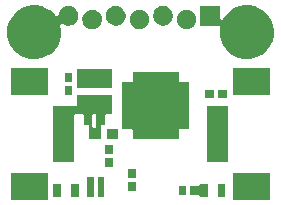
<source format=gts>
G04 #@! TF.FileFunction,Soldermask,Top*
%FSLAX46Y46*%
G04 Gerber Fmt 4.6, Leading zero omitted, Abs format (unit mm)*
G04 Created by KiCad (PCBNEW 4.0.7) date 02/04/18 23:39:56*
%MOMM*%
%LPD*%
G01*
G04 APERTURE LIST*
%ADD10C,0.100000*%
G04 APERTURE END LIST*
D10*
G36*
X22380000Y445000D02*
X19220000Y445000D01*
X19220000Y2705000D01*
X22380000Y2705000D01*
X22380000Y445000D01*
X22380000Y445000D01*
G37*
G36*
X3580000Y445000D02*
X420000Y445000D01*
X420000Y2705000D01*
X3580000Y2705000D01*
X3580000Y445000D01*
X3580000Y445000D01*
G37*
G36*
X8330000Y620000D02*
X7770000Y620000D01*
X7770000Y2380000D01*
X8330000Y2380000D01*
X8330000Y620000D01*
X8330000Y620000D01*
G37*
G36*
X7430000Y620000D02*
X6870000Y620000D01*
X6870000Y2380000D01*
X7430000Y2380000D01*
X7430000Y620000D01*
X7430000Y620000D01*
G37*
G36*
X4680000Y670000D02*
X4020000Y670000D01*
X4020000Y1730000D01*
X4680000Y1730000D01*
X4680000Y670000D01*
X4680000Y670000D01*
G37*
G36*
X6180000Y670000D02*
X5520000Y670000D01*
X5520000Y1730000D01*
X6180000Y1730000D01*
X6180000Y670000D01*
X6180000Y670000D01*
G37*
G36*
X18580000Y670000D02*
X17920000Y670000D01*
X17920000Y1730000D01*
X18580000Y1730000D01*
X18580000Y670000D01*
X18580000Y670000D01*
G37*
G36*
X17080000Y670000D02*
X16418579Y670000D01*
X16413665Y704575D01*
X16395163Y745620D01*
X16365959Y779886D01*
X16328364Y804659D01*
X16285357Y817978D01*
X16260000Y820000D01*
X15570000Y820000D01*
X15570000Y1580000D01*
X16260000Y1580000D01*
X16304575Y1586335D01*
X16345620Y1604837D01*
X16379886Y1634041D01*
X16404659Y1671636D01*
X16417978Y1714643D01*
X16419203Y1730000D01*
X17080000Y1730000D01*
X17080000Y670000D01*
X17080000Y670000D01*
G37*
G36*
X15230000Y820000D02*
X14670000Y820000D01*
X14670000Y1580000D01*
X15230000Y1580000D01*
X15230000Y820000D01*
X15230000Y820000D01*
G37*
G36*
X11030000Y1170000D02*
X10370000Y1170000D01*
X10370000Y1930000D01*
X11030000Y1930000D01*
X11030000Y1170000D01*
X11030000Y1170000D01*
G37*
G36*
X11030000Y2270000D02*
X10370000Y2270000D01*
X10370000Y3030000D01*
X11030000Y3030000D01*
X11030000Y2270000D01*
X11030000Y2270000D01*
G37*
G36*
X9030000Y3170000D02*
X8370000Y3170000D01*
X8370000Y3930000D01*
X9030000Y3930000D01*
X9030000Y3170000D01*
X9030000Y3170000D01*
G37*
G36*
X18780000Y3645000D02*
X17020000Y3645000D01*
X17020000Y8355000D01*
X18780000Y8355000D01*
X18780000Y3645000D01*
X18780000Y3645000D01*
G37*
G36*
X8955000Y7720000D02*
X8590000Y7720000D01*
X8545425Y7713665D01*
X8504380Y7695163D01*
X8470114Y7665959D01*
X8445341Y7628364D01*
X8432022Y7585357D01*
X8430000Y7560000D01*
X8430000Y6768405D01*
X8410000Y6770000D01*
X8190000Y6770000D01*
X8145425Y6763665D01*
X8104380Y6745163D01*
X8070114Y6715959D01*
X8045341Y6678364D01*
X8032022Y6635357D01*
X8030000Y6610000D01*
X8030000Y5545000D01*
X7070000Y5545000D01*
X7070000Y6610000D01*
X7063665Y6654575D01*
X7045163Y6695620D01*
X7015959Y6729886D01*
X6978364Y6754659D01*
X6935357Y6767978D01*
X6910000Y6770000D01*
X6570000Y6770000D01*
X6570000Y7560000D01*
X7330000Y7560000D01*
X7330000Y6615000D01*
X7336335Y6570425D01*
X7354837Y6529380D01*
X7384041Y6495114D01*
X7421636Y6470341D01*
X7464643Y6457022D01*
X7490000Y6455000D01*
X7510000Y6455000D01*
X7554575Y6461335D01*
X7595620Y6479837D01*
X7629886Y6509041D01*
X7654659Y6546636D01*
X7667978Y6589643D01*
X7670000Y6615000D01*
X7670000Y7560000D01*
X7663665Y7604575D01*
X7645163Y7645620D01*
X7615959Y7679886D01*
X7578364Y7704659D01*
X7535357Y7717978D01*
X7510000Y7720000D01*
X7490000Y7720000D01*
X7445425Y7713665D01*
X7404380Y7695163D01*
X7370114Y7665959D01*
X7345341Y7628364D01*
X7332022Y7585357D01*
X7330000Y7560000D01*
X6570000Y7560000D01*
X6563665Y7604575D01*
X6545163Y7645620D01*
X6515959Y7679886D01*
X6478364Y7704659D01*
X6435357Y7717978D01*
X6410000Y7720000D01*
X5940000Y7720000D01*
X5895425Y7713665D01*
X5854380Y7695163D01*
X5820114Y7665959D01*
X5795341Y7628364D01*
X5782022Y7585357D01*
X5780000Y7560000D01*
X5780000Y3645000D01*
X4020000Y3645000D01*
X4020000Y8355000D01*
X5885000Y8355000D01*
X5929575Y8361335D01*
X5970620Y8379837D01*
X6004886Y8409041D01*
X6029659Y8446636D01*
X6042978Y8489643D01*
X6045000Y8515000D01*
X6045000Y9280000D01*
X8955000Y9280000D01*
X8955000Y7720000D01*
X8955000Y7720000D01*
G37*
G36*
X9030000Y4270000D02*
X8370000Y4270000D01*
X8370000Y5030000D01*
X9030000Y5030000D01*
X9030000Y4270000D01*
X9030000Y4270000D01*
G37*
G36*
X8590000Y6455000D02*
X9530000Y6455000D01*
X9530000Y5545000D01*
X8570000Y5545000D01*
X8570000Y6456595D01*
X8590000Y6455000D01*
X8590000Y6455000D01*
G37*
G36*
X14655000Y10515000D02*
X14661335Y10470425D01*
X14679837Y10429380D01*
X14709041Y10395114D01*
X14746636Y10370341D01*
X14789643Y10357022D01*
X14815000Y10355000D01*
X15530000Y10355000D01*
X15530000Y6445000D01*
X14815000Y6445000D01*
X14770425Y6438665D01*
X14729380Y6420163D01*
X14695114Y6390959D01*
X14670341Y6353364D01*
X14657022Y6310357D01*
X14655000Y6285000D01*
X14655000Y5570000D01*
X10745000Y5570000D01*
X10745000Y6285000D01*
X10738665Y6329575D01*
X10720163Y6370620D01*
X10690959Y6404886D01*
X10653364Y6429659D01*
X10610357Y6442978D01*
X10585000Y6445000D01*
X9870000Y6445000D01*
X9870000Y10355000D01*
X10585000Y10355000D01*
X10629575Y10361335D01*
X10670620Y10379837D01*
X10704886Y10409041D01*
X10729659Y10446636D01*
X10742978Y10489643D01*
X10745000Y10515000D01*
X10745000Y11230000D01*
X14655000Y11230000D01*
X14655000Y10515000D01*
X14655000Y10515000D01*
G37*
G36*
X18730000Y9070000D02*
X17970000Y9070000D01*
X17970000Y9730000D01*
X18730000Y9730000D01*
X18730000Y9070000D01*
X18730000Y9070000D01*
G37*
G36*
X17630000Y9070000D02*
X16870000Y9070000D01*
X16870000Y9730000D01*
X17630000Y9730000D01*
X17630000Y9070000D01*
X17630000Y9070000D01*
G37*
G36*
X5630000Y9270000D02*
X4970000Y9270000D01*
X4970000Y10030000D01*
X5630000Y10030000D01*
X5630000Y9270000D01*
X5630000Y9270000D01*
G37*
G36*
X3580000Y9295000D02*
X420000Y9295000D01*
X420000Y11555000D01*
X3580000Y11555000D01*
X3580000Y9295000D01*
X3580000Y9295000D01*
G37*
G36*
X22380000Y9295000D02*
X19220000Y9295000D01*
X19220000Y11555000D01*
X22380000Y11555000D01*
X22380000Y9295000D01*
X22380000Y9295000D01*
G37*
G36*
X8955000Y9920000D02*
X6045000Y9920000D01*
X6045000Y11480000D01*
X8955000Y11480000D01*
X8955000Y9920000D01*
X8955000Y9920000D01*
G37*
G36*
X5630000Y10370000D02*
X4970000Y10370000D01*
X4970000Y11130000D01*
X5630000Y11130000D01*
X5630000Y10370000D01*
X5630000Y10370000D01*
G37*
G36*
X2639478Y16878489D02*
X3077481Y16788579D01*
X3489672Y16615310D01*
X3860363Y16365276D01*
X4175429Y16048002D01*
X4181617Y16038689D01*
X4211561Y16005067D01*
X4249686Y15981118D01*
X4292973Y15968739D01*
X4337996Y15968910D01*
X4381188Y15981617D01*
X4419130Y16005854D01*
X4448818Y16039701D01*
X4471388Y16093967D01*
X4505018Y16252187D01*
X4569139Y16401791D01*
X4661101Y16536099D01*
X4777397Y16649984D01*
X4913605Y16739116D01*
X5064519Y16800089D01*
X5224411Y16830590D01*
X5387179Y16829454D01*
X5546628Y16796723D01*
X5696680Y16733648D01*
X5831626Y16642626D01*
X5946322Y16527125D01*
X6036398Y16391551D01*
X6098426Y16241060D01*
X6129823Y16082491D01*
X6129823Y16082464D01*
X6130036Y16081386D01*
X6127440Y15895470D01*
X6127197Y15894402D01*
X6127197Y15894372D01*
X6091383Y15736739D01*
X6025179Y15588041D01*
X5931351Y15455032D01*
X5813479Y15342784D01*
X5676041Y15255564D01*
X5524283Y15196700D01*
X5363986Y15168436D01*
X5201249Y15171844D01*
X5042272Y15206797D01*
X4893113Y15271964D01*
X4868348Y15289176D01*
X4828130Y15309415D01*
X4783866Y15317647D01*
X4739061Y15313222D01*
X4697263Y15296490D01*
X4661781Y15268775D01*
X4635425Y15232273D01*
X4620282Y15189874D01*
X4620080Y15126716D01*
X4679886Y14824671D01*
X4679886Y14824639D01*
X4680098Y14823566D01*
X4672967Y14312858D01*
X4672724Y14311790D01*
X4672724Y14311759D01*
X4573911Y13876834D01*
X4392047Y13468359D01*
X4134307Y13102990D01*
X3810501Y12794635D01*
X3432981Y12555053D01*
X3016104Y12393356D01*
X2575768Y12315714D01*
X2128734Y12325077D01*
X1692028Y12421094D01*
X1282295Y12600101D01*
X915130Y12855288D01*
X604530Y13176924D01*
X362312Y13552773D01*
X197712Y13968506D01*
X116996Y14408290D01*
X123239Y14855375D01*
X216203Y15292741D01*
X392349Y15703718D01*
X644962Y16072651D01*
X964428Y16385495D01*
X1338571Y16630327D01*
X1753143Y16797825D01*
X2192357Y16881609D01*
X2639478Y16878489D01*
X2639478Y16878489D01*
G37*
G36*
X20639478Y16878489D02*
X21077481Y16788579D01*
X21489672Y16615310D01*
X21860363Y16365276D01*
X22175429Y16048002D01*
X22422868Y15675576D01*
X22593255Y15262187D01*
X22679886Y14824670D01*
X22679886Y14824639D01*
X22680098Y14823566D01*
X22672967Y14312858D01*
X22672724Y14311790D01*
X22672724Y14311759D01*
X22573911Y13876834D01*
X22392047Y13468359D01*
X22134307Y13102990D01*
X21810501Y12794635D01*
X21432981Y12555053D01*
X21016104Y12393356D01*
X20575768Y12315714D01*
X20128734Y12325077D01*
X19692028Y12421094D01*
X19282295Y12600101D01*
X18915130Y12855288D01*
X18604530Y13176924D01*
X18362312Y13552773D01*
X18197712Y13968506D01*
X18116996Y14408290D01*
X18123239Y14855377D01*
X18149034Y14976735D01*
X18152105Y15021653D01*
X18142541Y15065648D01*
X18121099Y15105237D01*
X18089476Y15137285D01*
X18050178Y15159254D01*
X17992530Y15170000D01*
X16470000Y15170000D01*
X16470000Y16830000D01*
X18130000Y16830000D01*
X18130000Y15837444D01*
X18136335Y15792869D01*
X18154837Y15751824D01*
X18184041Y15717558D01*
X18221636Y15692785D01*
X18264643Y15679466D01*
X18309659Y15678656D01*
X18353118Y15690420D01*
X18391579Y15713825D01*
X18422018Y15747049D01*
X18644962Y16072651D01*
X18964428Y16385495D01*
X19338571Y16630327D01*
X19753143Y16797825D01*
X20192357Y16881609D01*
X20639478Y16878489D01*
X20639478Y16878489D01*
G37*
G36*
X15387179Y16529454D02*
X15546628Y16496723D01*
X15696680Y16433648D01*
X15831626Y16342626D01*
X15946322Y16227125D01*
X16036398Y16091551D01*
X16098426Y15941060D01*
X16129823Y15782491D01*
X16129823Y15782464D01*
X16130036Y15781386D01*
X16127440Y15595470D01*
X16127197Y15594402D01*
X16127197Y15594372D01*
X16091383Y15436739D01*
X16025179Y15288041D01*
X15931351Y15155032D01*
X15813479Y15042784D01*
X15676041Y14955564D01*
X15524283Y14896700D01*
X15363986Y14868436D01*
X15201249Y14871844D01*
X15042272Y14906797D01*
X14893114Y14971963D01*
X14759451Y15064861D01*
X14646386Y15181944D01*
X14558204Y15318775D01*
X14498287Y15470109D01*
X14468902Y15630215D01*
X14471175Y15792965D01*
X14505018Y15952187D01*
X14569139Y16101791D01*
X14661101Y16236099D01*
X14777397Y16349984D01*
X14913605Y16439116D01*
X15064519Y16500089D01*
X15224411Y16530590D01*
X15387179Y16529454D01*
X15387179Y16529454D01*
G37*
G36*
X7387179Y16529454D02*
X7546628Y16496723D01*
X7696680Y16433648D01*
X7831626Y16342626D01*
X7946322Y16227125D01*
X8036398Y16091551D01*
X8098426Y15941060D01*
X8129823Y15782491D01*
X8129823Y15782464D01*
X8130036Y15781386D01*
X8127440Y15595470D01*
X8127197Y15594402D01*
X8127197Y15594372D01*
X8091383Y15436739D01*
X8025179Y15288041D01*
X7931351Y15155032D01*
X7813479Y15042784D01*
X7676041Y14955564D01*
X7524283Y14896700D01*
X7363986Y14868436D01*
X7201249Y14871844D01*
X7042272Y14906797D01*
X6893114Y14971963D01*
X6759451Y15064861D01*
X6646386Y15181944D01*
X6558204Y15318775D01*
X6498287Y15470109D01*
X6468902Y15630215D01*
X6471175Y15792965D01*
X6505018Y15952187D01*
X6569139Y16101791D01*
X6661101Y16236099D01*
X6777397Y16349984D01*
X6913605Y16439116D01*
X7064519Y16500089D01*
X7224411Y16530590D01*
X7387179Y16529454D01*
X7387179Y16529454D01*
G37*
G36*
X11387179Y16529454D02*
X11546628Y16496723D01*
X11696680Y16433648D01*
X11831626Y16342626D01*
X11946322Y16227125D01*
X12036398Y16091551D01*
X12098426Y15941060D01*
X12129823Y15782491D01*
X12129823Y15782464D01*
X12130036Y15781386D01*
X12127440Y15595470D01*
X12127197Y15594402D01*
X12127197Y15594372D01*
X12091383Y15436739D01*
X12025179Y15288041D01*
X11931351Y15155032D01*
X11813479Y15042784D01*
X11676041Y14955564D01*
X11524283Y14896700D01*
X11363986Y14868436D01*
X11201249Y14871844D01*
X11042272Y14906797D01*
X10893114Y14971963D01*
X10759451Y15064861D01*
X10646386Y15181944D01*
X10558204Y15318775D01*
X10498287Y15470109D01*
X10468902Y15630215D01*
X10471175Y15792965D01*
X10505018Y15952187D01*
X10569139Y16101791D01*
X10661101Y16236099D01*
X10777397Y16349984D01*
X10913605Y16439116D01*
X11064519Y16500089D01*
X11224411Y16530590D01*
X11387179Y16529454D01*
X11387179Y16529454D01*
G37*
G36*
X9387179Y16829454D02*
X9546628Y16796723D01*
X9696680Y16733648D01*
X9831626Y16642626D01*
X9946322Y16527125D01*
X10036398Y16391551D01*
X10098426Y16241060D01*
X10129823Y16082491D01*
X10129823Y16082464D01*
X10130036Y16081386D01*
X10127440Y15895470D01*
X10127197Y15894402D01*
X10127197Y15894372D01*
X10091383Y15736739D01*
X10025179Y15588041D01*
X9931351Y15455032D01*
X9813479Y15342784D01*
X9676041Y15255564D01*
X9524283Y15196700D01*
X9363986Y15168436D01*
X9201249Y15171844D01*
X9042272Y15206797D01*
X8893114Y15271963D01*
X8759451Y15364861D01*
X8646386Y15481944D01*
X8558204Y15618775D01*
X8498287Y15770109D01*
X8468902Y15930215D01*
X8471175Y16092965D01*
X8505018Y16252187D01*
X8569139Y16401791D01*
X8661101Y16536099D01*
X8777397Y16649984D01*
X8913605Y16739116D01*
X9064519Y16800089D01*
X9224411Y16830590D01*
X9387179Y16829454D01*
X9387179Y16829454D01*
G37*
G36*
X13387179Y16829454D02*
X13546628Y16796723D01*
X13696680Y16733648D01*
X13831626Y16642626D01*
X13946322Y16527125D01*
X14036398Y16391551D01*
X14098426Y16241060D01*
X14129823Y16082491D01*
X14129823Y16082464D01*
X14130036Y16081386D01*
X14127440Y15895470D01*
X14127197Y15894402D01*
X14127197Y15894372D01*
X14091383Y15736739D01*
X14025179Y15588041D01*
X13931351Y15455032D01*
X13813479Y15342784D01*
X13676041Y15255564D01*
X13524283Y15196700D01*
X13363986Y15168436D01*
X13201249Y15171844D01*
X13042272Y15206797D01*
X12893114Y15271963D01*
X12759451Y15364861D01*
X12646386Y15481944D01*
X12558204Y15618775D01*
X12498287Y15770109D01*
X12468902Y15930215D01*
X12471175Y16092965D01*
X12505018Y16252187D01*
X12569139Y16401791D01*
X12661101Y16536099D01*
X12777397Y16649984D01*
X12913605Y16739116D01*
X13064519Y16800089D01*
X13224411Y16830590D01*
X13387179Y16829454D01*
X13387179Y16829454D01*
G37*
M02*

</source>
